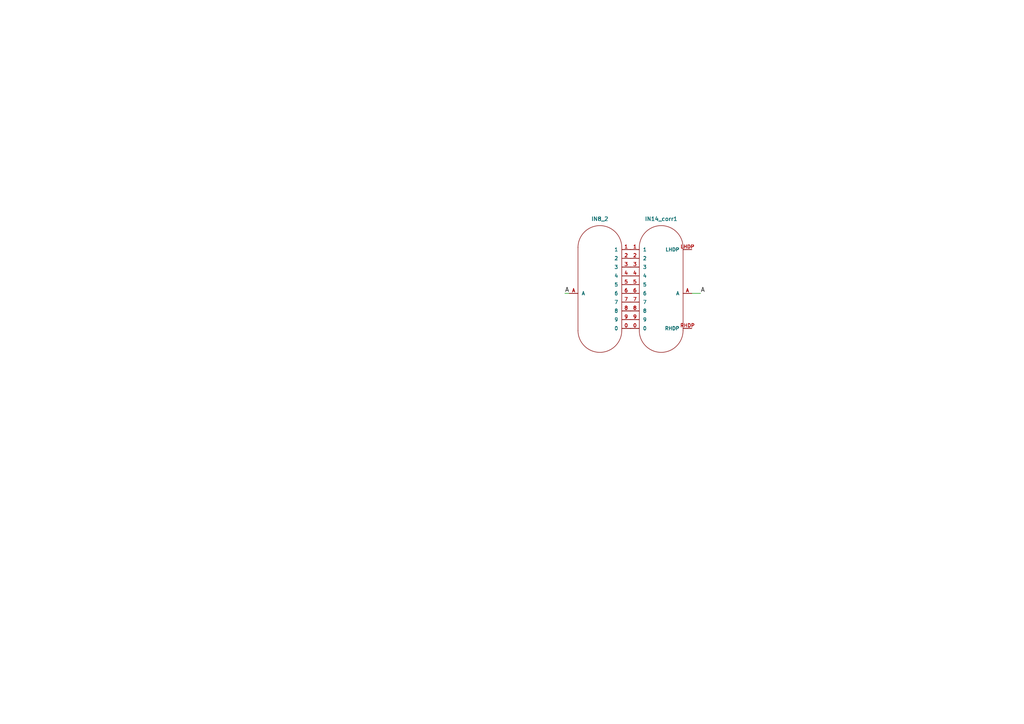
<source format=kicad_sch>
(kicad_sch (version 20211123) (generator eeschema)
  (paper "A4")
  (lib_symbols
    (symbol "IN-14_1" (pin_names (offset 1.016))
      (property "Reference" "N" (at -2.54 18.415 0))
      (symbol "IN-14_1_1_0"
        (polyline (pts (xy -5.08 -13.335) (xy -5.08 10.795)))
        (polyline (pts (xy 7.62 -13.335) (xy 7.62 10.795)))
      )
      (symbol "IN-14_1_1_1"
        (arc (start -5.08 -13.335) (mid 1.27 -19.685) (end 7.62 -13.335))
        (arc (start 7.62 10.795) (mid 1.27 17.145) (end -5.08 10.795))
        (pin bidirectional line (at -7.62 -12.7 0) (length 2.54) (name "0") (number "0"))
        (pin bidirectional line (at -7.62 10.16 0) (length 2.54) (name "1") (number "1"))
        (pin bidirectional line (at -7.62 7.62 0) (length 2.54) (name "2") (number "2"))
        (pin bidirectional line (at -7.62 5.08 0) (length 2.54) (name "3") (number "3"))
        (pin bidirectional line (at -7.62 2.54 0) (length 2.54) (name "4") (number "4"))
        (pin bidirectional line (at -7.62 0 0) (length 2.54) (name "5") (number "5"))
        (pin bidirectional line (at -7.62 -2.54 0) (length 2.54) (name "6") (number "6"))
        (pin bidirectional line (at -7.62 -5.08 0) (length 2.54) (name "7") (number "7"))
        (pin bidirectional line (at -7.62 -7.62 0) (length 2.54) (name "8") (number "8"))
        (pin bidirectional line (at -7.62 -10.16 0) (length 2.54) (name "9") (number "9"))
        (pin bidirectional line (at 10.16 -2.54 180) (length 2.54) (name "A") (number "A"))
        (pin bidirectional line (at 10.16 10.16 180) (length 2.54) (name "LHDP") (number "LHDP"))
        (pin bidirectional line (at 10.16 -12.7 180) (length 2.54) (name "RHDP") (number "RHDP"))
      )
    )
    (symbol "nixies-us:IN-8" (pin_names (offset 1.016))
      (property "Reference" "N" (at -5.08 20.955 0))
      (symbol "IN-8_1_0"
        (polyline (pts (xy -7.62 -10.795) (xy -7.62 13.335)))
        (polyline (pts (xy 5.08 -10.795) (xy 5.08 13.335)))
      )
      (symbol "IN-8_1_1"
        (arc (start -7.62 -10.795) (mid -1.27 -17.145) (end 5.08 -10.795))
        (arc (start 5.08 13.335) (mid -1.27 19.685) (end -7.62 13.335))
        (pin bidirectional line (at -10.16 -10.16 0) (length 2.54) (name "0") (number "0"))
        (pin bidirectional line (at -10.16 12.7 0) (length 2.54) (name "1") (number "1"))
        (pin bidirectional line (at -10.16 10.16 0) (length 2.54) (name "2") (number "2"))
        (pin bidirectional line (at -10.16 7.62 0) (length 2.54) (name "3") (number "3"))
        (pin bidirectional line (at -10.16 5.08 0) (length 2.54) (name "4") (number "4"))
        (pin bidirectional line (at -10.16 2.54 0) (length 2.54) (name "5") (number "5"))
        (pin bidirectional line (at -10.16 0 0) (length 2.54) (name "6") (number "6"))
        (pin bidirectional line (at -10.16 -2.54 0) (length 2.54) (name "7") (number "7"))
        (pin bidirectional line (at -10.16 -5.08 0) (length 2.54) (name "8") (number "8"))
        (pin bidirectional line (at -10.16 -7.62 0) (length 2.54) (name "9") (number "9"))
        (pin bidirectional line (at 7.62 0 180) (length 2.54) (name "A") (number "A"))
      )
    )
  )
  (wire (pts (xy 163.83 85.09) (xy 165.1 85.09)))
  (wire (pts (xy 200.66 85.09) (xy 203.2 85.09)))
  (label "A" (at 203.2 85.09 0))
  (label "A" (at 163.83 85.09 0))
  (symbol (lib_name "IN-14_1") (lib_id "nixies-us:IN-14") (at 190.5 82.55 0) (unit 1)
    (property "Reference" "IN14_corr1" (at 191.77 63.5 0) (effects (font (size 1.143 1.143))))
    (property "Value" "IN-14" (effects hide))
    (property "Footprint" "nixies-us:nixies-us-IN-14" (effects hide))
  )
  (symbol (lib_id "nixies-us:IN-8") (at 172.72 85.09 0) (mirror y) (unit 1)
    (property "Reference" "IN8_2" (at 173.99 63.5 0) (effects (font (size 1.143 1.143))))
    (property "Value" "IN-8" (effects hide))
    (property "Footprint" "Nixies:in8" (effects hide))
  )
)
</source>
